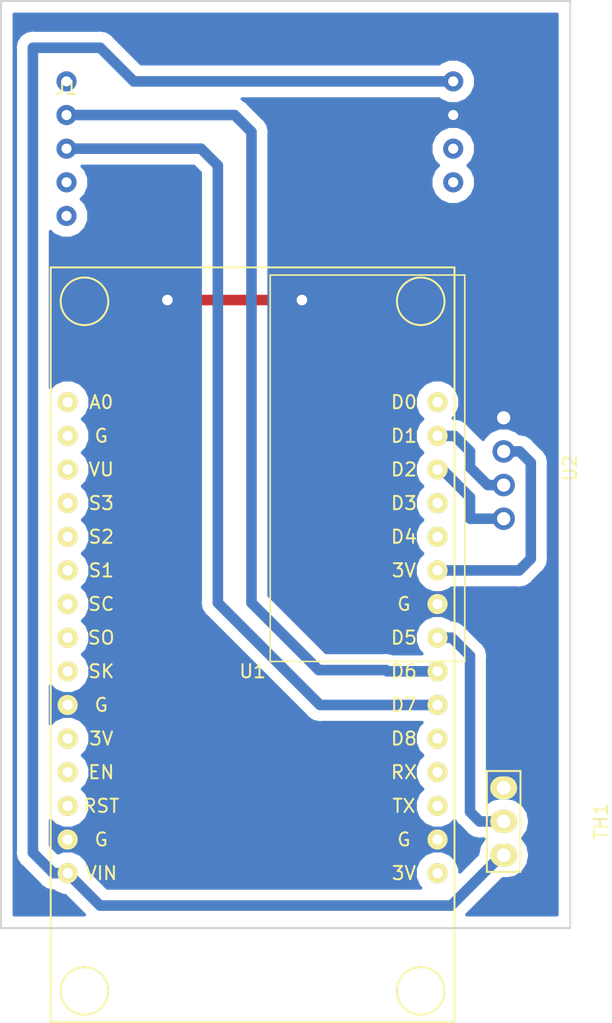
<source format=kicad_pcb>
(kicad_pcb (version 20171130) (host pcbnew "(5.0.1)-4")

  (general
    (thickness 1.6)
    (drawings 4)
    (tracks 66)
    (zones 0)
    (modules 4)
    (nets 33)
  )

  (page A4)
  (layers
    (0 F.Cu jumper)
    (31 B.Cu signal)
    (32 B.Adhes user)
    (33 F.Adhes user)
    (34 B.Paste user)
    (35 F.Paste user)
    (36 B.SilkS user)
    (37 F.SilkS user)
    (38 B.Mask user)
    (39 F.Mask user)
    (40 Dwgs.User user)
    (41 Cmts.User user)
    (42 Eco1.User user)
    (43 Eco2.User user)
    (44 Edge.Cuts user)
    (45 Margin user)
    (46 B.CrtYd user)
    (47 F.CrtYd user)
    (48 B.Fab user)
    (49 F.Fab user)
  )

  (setup
    (last_trace_width 0.8)
    (trace_clearance 0.8)
    (zone_clearance 0.508)
    (zone_45_only no)
    (trace_min 0.2)
    (segment_width 0.2)
    (edge_width 0.15)
    (via_size 2.2)
    (via_drill 0.8)
    (via_min_size 0.4)
    (via_min_drill 0.3)
    (uvia_size 0.3)
    (uvia_drill 0.1)
    (uvias_allowed no)
    (uvia_min_size 0.2)
    (uvia_min_drill 0.1)
    (pcb_text_width 0.3)
    (pcb_text_size 1.5 1.5)
    (mod_edge_width 0.15)
    (mod_text_size 1 1)
    (mod_text_width 0.15)
    (pad_size 1.524 1.524)
    (pad_drill 0.762)
    (pad_to_mask_clearance 0.051)
    (solder_mask_min_width 0.25)
    (aux_axis_origin 103 116)
    (visible_elements 7FFFFFFF)
    (pcbplotparams
      (layerselection 0x01000_fffffffe)
      (usegerberextensions false)
      (usegerberattributes false)
      (usegerberadvancedattributes false)
      (creategerberjobfile false)
      (excludeedgelayer true)
      (linewidth 0.100000)
      (plotframeref false)
      (viasonmask false)
      (mode 1)
      (useauxorigin true)
      (hpglpennumber 1)
      (hpglpenspeed 20)
      (hpglpendiameter 15.000000)
      (psnegative false)
      (psa4output false)
      (plotreference true)
      (plotvalue true)
      (plotinvisibletext false)
      (padsonsilk false)
      (subtractmaskfromsilk false)
      (outputformat 1)
      (mirror false)
      (drillshape 0)
      (scaleselection 1)
      (outputdirectory ""))
  )

  (net 0 "")
  (net 1 +5V)
  (net 2 GND)
  (net 3 "Net-(J1-Pad7)")
  (net 4 "Net-(J1-Pad6)")
  (net 5 "Net-(J1-Pad5)")
  (net 6 "Net-(J1-Pad4)")
  (net 7 "Net-(J1-Pad3)")
  (net 8 "Net-(J1-Pad2)")
  (net 9 "Net-(J1-Pad1)")
  (net 10 "Net-(TH1-Pad2)")
  (net 11 "Net-(U1-Pad1)")
  (net 12 "Net-(U1-Pad2)")
  (net 13 "Net-(U1-Pad3)")
  (net 14 "Net-(U1-Pad4)")
  (net 15 "Net-(U1-Pad5)")
  (net 16 "Net-(U1-Pad6)")
  (net 17 "Net-(U1-Pad7)")
  (net 18 "Net-(U1-Pad8)")
  (net 19 "Net-(U1-Pad9)")
  (net 20 +3V3)
  (net 21 "Net-(U1-Pad12)")
  (net 22 "Net-(U1-Pad13)")
  (net 23 "Net-(U1-Pad18)")
  (net 24 "Net-(U1-Pad19)")
  (net 25 "Net-(U1-Pad20)")
  (net 26 "Net-(U1-Pad26)")
  (net 27 "Net-(U1-Pad27)")
  (net 28 "Net-(U1-Pad28)")
  (net 29 "Net-(U1-Pad29)")
  (net 30 "Net-(U1-Pad30)")
  (net 31 "Net-(U1-Pad11)")
  (net 32 "Net-(U1-Pad16)")

  (net_class Default "Ceci est la Netclass par défaut."
    (clearance 0.8)
    (trace_width 0.8)
    (via_dia 2.2)
    (via_drill 0.8)
    (uvia_dia 0.3)
    (uvia_drill 0.1)
    (add_net +3V3)
    (add_net +5V)
    (add_net GND)
    (add_net "Net-(J1-Pad1)")
    (add_net "Net-(J1-Pad2)")
    (add_net "Net-(J1-Pad3)")
    (add_net "Net-(J1-Pad4)")
    (add_net "Net-(J1-Pad5)")
    (add_net "Net-(J1-Pad6)")
    (add_net "Net-(J1-Pad7)")
    (add_net "Net-(TH1-Pad2)")
    (add_net "Net-(U1-Pad1)")
    (add_net "Net-(U1-Pad11)")
    (add_net "Net-(U1-Pad12)")
    (add_net "Net-(U1-Pad13)")
    (add_net "Net-(U1-Pad16)")
    (add_net "Net-(U1-Pad18)")
    (add_net "Net-(U1-Pad19)")
    (add_net "Net-(U1-Pad2)")
    (add_net "Net-(U1-Pad20)")
    (add_net "Net-(U1-Pad26)")
    (add_net "Net-(U1-Pad27)")
    (add_net "Net-(U1-Pad28)")
    (add_net "Net-(U1-Pad29)")
    (add_net "Net-(U1-Pad3)")
    (add_net "Net-(U1-Pad30)")
    (add_net "Net-(U1-Pad4)")
    (add_net "Net-(U1-Pad5)")
    (add_net "Net-(U1-Pad6)")
    (add_net "Net-(U1-Pad7)")
    (add_net "Net-(U1-Pad8)")
    (add_net "Net-(U1-Pad9)")
  )

  (module ES8266:MHZ19B (layer F.Cu) (tedit 5CD9A991) (tstamp 5D163BBC)
    (at 107.95 52.07)
    (path /5CDAEA0B)
    (fp_text reference J1 (at 0 0.5) (layer F.SilkS)
      (effects (font (size 1 1) (thickness 0.15)))
    )
    (fp_text value CO2_Meter (at 19.05 0) (layer F.Fab)
      (effects (font (size 1 1) (thickness 0.15)))
    )
    (fp_line (start 1.27 -2.54) (end 27.94 -2.54) (layer F.CrtYd) (width 0.15))
    (fp_line (start 27.94 -2.54) (end 27.94 12.7) (layer F.CrtYd) (width 0.15))
    (fp_line (start 27.94 12.7) (end 1.27 12.7) (layer F.CrtYd) (width 0.15))
    (fp_line (start 1.27 12.7) (end 1.27 -2.54) (layer F.CrtYd) (width 0.15))
    (fp_circle (center 5.08 1.27) (end 6.35 0) (layer F.CrtYd) (width 0.15))
    (fp_line (start 2.54 5.08) (end 11.43 5.08) (layer F.CrtYd) (width 0.15))
    (fp_line (start 11.43 5.08) (end 11.43 11.43) (layer F.CrtYd) (width 0.15))
    (fp_line (start 11.43 11.43) (end 2.54 11.43) (layer F.CrtYd) (width 0.15))
    (fp_line (start 2.54 11.43) (end 2.54 5.08) (layer F.CrtYd) (width 0.15))
    (fp_line (start 1.27 -1.27) (end -1.27 -1.27) (layer F.CrtYd) (width 0.15))
    (fp_line (start -1.27 -1.27) (end -1.27 11.43) (layer F.CrtYd) (width 0.15))
    (fp_line (start -1.27 11.43) (end 1.27 11.43) (layer F.CrtYd) (width 0.15))
    (fp_line (start 27.94 -1.27) (end 30.48 -1.27) (layer F.CrtYd) (width 0.15))
    (fp_line (start 30.48 -1.27) (end 30.48 8.89) (layer F.CrtYd) (width 0.15))
    (fp_line (start 30.48 8.89) (end 27.94 8.89) (layer F.CrtYd) (width 0.15))
    (pad 9 thru_hole circle (at 29.21 0) (size 1.524 1.524) (drill 0.762) (layers *.Cu *.Mask)
      (net 1 +5V))
    (pad 8 thru_hole circle (at 29.21 2.54) (size 1.524 1.524) (drill 0.762) (layers *.Cu *.Mask)
      (net 2 GND))
    (pad 7 thru_hole circle (at 29.21 5.08) (size 1.524 1.524) (drill 0.762) (layers *.Cu *.Mask)
      (net 3 "Net-(J1-Pad7)"))
    (pad 6 thru_hole circle (at 29.21 7.62) (size 1.524 1.524) (drill 0.762) (layers *.Cu *.Mask)
      (net 4 "Net-(J1-Pad6)"))
    (pad 5 thru_hole circle (at 0 10.16) (size 1.524 1.524) (drill 0.762) (layers *.Cu *.Mask)
      (net 5 "Net-(J1-Pad5)"))
    (pad 4 thru_hole circle (at 0 7.62) (size 1.524 1.524) (drill 0.762) (layers *.Cu *.Mask)
      (net 6 "Net-(J1-Pad4)"))
    (pad 3 thru_hole circle (at 0 5.08) (size 1.524 1.524) (drill 0.762) (layers *.Cu *.Mask)
      (net 7 "Net-(J1-Pad3)"))
    (pad 2 thru_hole circle (at 0 2.54) (size 1.524 1.524) (drill 0.762) (layers *.Cu *.Mask)
      (net 8 "Net-(J1-Pad2)"))
    (pad 1 thru_hole circle (at 0 0) (size 1.524 1.524) (drill 0.762) (layers *.Cu *.Mask)
      (net 9 "Net-(J1-Pad1)"))
  )

  (module ES8266:DHT22_Temperature_Humidity (layer F.Cu) (tedit 5CD9A883) (tstamp 5D163BCC)
    (at 140.97 107.95 90)
    (path /5CDAFCC3)
    (fp_text reference TH1 (at 0 7.35 90) (layer F.SilkS)
      (effects (font (size 1 1) (thickness 0.15)))
    )
    (fp_text value DHT22 (at 0 5.445 90) (layer F.Fab)
      (effects (font (size 1 1) (thickness 0.15)))
    )
    (fp_line (start -7.62 -2) (end 7.62 -2) (layer B.CrtYd) (width 0.15))
    (fp_line (start -7.62 -3.3) (end 7.62 -3.3) (layer B.CrtYd) (width 0.15))
    (fp_line (start 7.62 -3.3) (end 7.62 4.3) (layer B.CrtYd) (width 0.15))
    (fp_line (start -7.62 -3.3) (end -7.62 4.3) (layer B.CrtYd) (width 0.15))
    (fp_line (start -7.62 4.3) (end 7.62 4.3) (layer B.CrtYd) (width 0.15))
    (fp_line (start -3.81 -1.27) (end 3.81 -1.27) (layer F.SilkS) (width 0.15))
    (fp_line (start 3.81 -1.27) (end 3.81 1.27) (layer F.SilkS) (width 0.15))
    (fp_line (start 3.81 1.27) (end -3.81 1.27) (layer F.SilkS) (width 0.15))
    (fp_line (start -3.81 1.27) (end -3.81 -1.27) (layer F.SilkS) (width 0.15))
    (pad 3 thru_hole oval (at 2.54 0 180) (size 2.032 1.7272) (drill 1.016) (layers *.Cu *.Mask F.SilkS)
      (net 2 GND))
    (pad 2 thru_hole oval (at 0 0 180) (size 2.032 1.7272) (drill 1.016) (layers *.Cu *.Mask F.SilkS)
      (net 10 "Net-(TH1-Pad2)"))
    (pad 1 thru_hole oval (at -2.54 0 180) (size 2.032 1.7272) (drill 1.016) (layers *.Cu *.Mask F.SilkS)
      (net 1 +5V))
  )

  (module ES8266:NodeMCU-LoLinV3 (layer F.Cu) (tedit 5AF0808C) (tstamp 5D163C15)
    (at 122.005001 96.615001)
    (path /5CD86C3B)
    (fp_text reference U1 (at 0 0) (layer F.SilkS)
      (effects (font (size 1 1) (thickness 0.15)))
    )
    (fp_text value "NodeMCU_1.0_(ESP-12E)" (at 0 -29.21) (layer F.Fab)
      (effects (font (size 1 1) (thickness 0.15)))
    )
    (fp_text user VIN (at -11.43 15.24) (layer F.SilkS)
      (effects (font (size 1 1) (thickness 0.15)))
    )
    (fp_text user G (at -11.43 12.7) (layer F.SilkS)
      (effects (font (size 1 1) (thickness 0.15)))
    )
    (fp_text user RST (at -11.43 10.16) (layer F.SilkS)
      (effects (font (size 1 1) (thickness 0.15)))
    )
    (fp_text user EN (at -11.43 7.62) (layer F.SilkS)
      (effects (font (size 1 1) (thickness 0.15)))
    )
    (fp_text user 3V (at -11.43 5.08) (layer F.SilkS)
      (effects (font (size 1 1) (thickness 0.15)))
    )
    (fp_text user G (at -11.43 2.54) (layer F.SilkS)
      (effects (font (size 1 1) (thickness 0.15)))
    )
    (fp_text user SK (at -11.43 0) (layer F.SilkS)
      (effects (font (size 1 1) (thickness 0.15)))
    )
    (fp_text user SO (at -11.43 -2.54) (layer F.SilkS)
      (effects (font (size 1 1) (thickness 0.15)))
    )
    (fp_text user SC (at -11.43 -5.08) (layer F.SilkS)
      (effects (font (size 1 1) (thickness 0.15)))
    )
    (fp_text user S1 (at -11.43 -7.62) (layer F.SilkS)
      (effects (font (size 1 1) (thickness 0.15)))
    )
    (fp_text user S2 (at -11.43 -10.16) (layer F.SilkS)
      (effects (font (size 1 1) (thickness 0.15)))
    )
    (fp_text user S3 (at -11.43 -12.7) (layer F.SilkS)
      (effects (font (size 1 1) (thickness 0.15)))
    )
    (fp_text user VU (at -11.43 -15.24) (layer F.SilkS)
      (effects (font (size 1 1) (thickness 0.15)))
    )
    (fp_text user G (at -11.43 -17.78) (layer F.SilkS)
      (effects (font (size 1 1) (thickness 0.15)))
    )
    (fp_text user A0 (at -11.43 -20.32) (layer F.SilkS)
      (effects (font (size 1 1) (thickness 0.15)))
    )
    (fp_text user 3V (at 11.43 15.24) (layer F.SilkS)
      (effects (font (size 1 1) (thickness 0.15)))
    )
    (fp_text user G (at 11.43 12.7) (layer F.SilkS)
      (effects (font (size 1 1) (thickness 0.15)))
    )
    (fp_text user TX (at 11.43 10.16) (layer F.SilkS)
      (effects (font (size 1 1) (thickness 0.15)))
    )
    (fp_text user RX (at 11.43 7.62) (layer F.SilkS)
      (effects (font (size 1 1) (thickness 0.15)))
    )
    (fp_text user D8 (at 11.43 5.08) (layer F.SilkS)
      (effects (font (size 1 1) (thickness 0.15)))
    )
    (fp_text user D7 (at 11.43 2.54) (layer F.SilkS)
      (effects (font (size 1 1) (thickness 0.15)))
    )
    (fp_text user D6 (at 11.43 0) (layer F.SilkS)
      (effects (font (size 1 1) (thickness 0.15)))
    )
    (fp_text user D5 (at 11.43 -2.54) (layer F.SilkS)
      (effects (font (size 1 1) (thickness 0.15)))
    )
    (fp_text user G (at 11.43 -5.08) (layer F.SilkS)
      (effects (font (size 1 1) (thickness 0.15)))
    )
    (fp_text user 3V (at 11.43 -7.62) (layer F.SilkS)
      (effects (font (size 1 1) (thickness 0.15)))
    )
    (fp_text user D4 (at 11.43 -10.16) (layer F.SilkS)
      (effects (font (size 1 1) (thickness 0.15)))
    )
    (fp_text user D3 (at 11.43 -12.7) (layer F.SilkS)
      (effects (font (size 1 1) (thickness 0.15)))
    )
    (fp_text user D2 (at 11.43 -15.24) (layer F.SilkS)
      (effects (font (size 1 1) (thickness 0.15)))
    )
    (fp_text user D1 (at 11.43 -17.78) (layer F.SilkS)
      (effects (font (size 1 1) (thickness 0.15)))
    )
    (fp_text user D0 (at 11.43 -20.32) (layer F.SilkS)
      (effects (font (size 1 1) (thickness 0.15)))
    )
    (fp_circle (center 12.7 24.13) (end 13.97 22.86) (layer F.SilkS) (width 0.15))
    (fp_circle (center -12.7 24.13) (end -11.43 22.86) (layer F.SilkS) (width 0.15))
    (fp_circle (center -12.7 -27.94) (end -11.43 -29.21) (layer F.SilkS) (width 0.15))
    (fp_circle (center 12.7 -27.94) (end 13.97 -29.21) (layer F.SilkS) (width 0.15))
    (fp_line (start 15.25 -30.5) (end -14.75 -30.5) (layer F.SilkS) (width 0.15))
    (fp_line (start -14.75 -30.5) (end -15.25 -30.5) (layer F.SilkS) (width 0.15))
    (fp_line (start -15.25 -30.5) (end -15.25 26.5) (layer F.SilkS) (width 0.15))
    (fp_line (start -15.25 26.5) (end 15.25 26.5) (layer F.SilkS) (width 0.15))
    (fp_line (start 15.25 26.5) (end 15.25 -30.5) (layer F.SilkS) (width 0.15))
    (pad 1 thru_hole circle (at -13.97 -20.32) (size 1.524 1.524) (drill 0.762) (layers *.Cu *.Mask F.SilkS)
      (net 11 "Net-(U1-Pad1)"))
    (pad 2 thru_hole circle (at -13.97 -17.78) (size 1.524 1.524) (drill 0.762) (layers *.Cu *.Mask F.SilkS)
      (net 12 "Net-(U1-Pad2)"))
    (pad 3 thru_hole circle (at -13.97 -15.24) (size 1.524 1.524) (drill 0.762) (layers *.Cu *.Mask F.SilkS)
      (net 13 "Net-(U1-Pad3)"))
    (pad 4 thru_hole circle (at -13.97 -12.7) (size 1.524 1.524) (drill 0.762) (layers *.Cu *.Mask F.SilkS)
      (net 14 "Net-(U1-Pad4)"))
    (pad 5 thru_hole circle (at -13.97 -10.16) (size 1.524 1.524) (drill 0.762) (layers *.Cu *.Mask F.SilkS)
      (net 15 "Net-(U1-Pad5)"))
    (pad 6 thru_hole circle (at -13.97 -7.62) (size 1.524 1.524) (drill 0.762) (layers *.Cu *.Mask F.SilkS)
      (net 16 "Net-(U1-Pad6)"))
    (pad 7 thru_hole circle (at -13.97 -5.08) (size 1.524 1.524) (drill 0.762) (layers *.Cu *.Mask F.SilkS)
      (net 17 "Net-(U1-Pad7)"))
    (pad 8 thru_hole circle (at -13.97 -2.54) (size 1.524 1.524) (drill 0.762) (layers *.Cu *.Mask F.SilkS)
      (net 18 "Net-(U1-Pad8)"))
    (pad 9 thru_hole circle (at -13.97 0) (size 1.524 1.524) (drill 0.762) (layers *.Cu *.Mask F.SilkS)
      (net 19 "Net-(U1-Pad9)"))
    (pad 10 thru_hole circle (at -13.97 2.54) (size 1.524 1.524) (drill 0.762) (layers *.Cu *.Mask F.SilkS)
      (net 2 GND))
    (pad 11 thru_hole circle (at -13.97 5.08) (size 1.524 1.524) (drill 0.762) (layers *.Cu *.Mask F.SilkS)
      (net 31 "Net-(U1-Pad11)"))
    (pad 12 thru_hole circle (at -13.97 7.62) (size 1.524 1.524) (drill 0.762) (layers *.Cu *.Mask F.SilkS)
      (net 21 "Net-(U1-Pad12)"))
    (pad 13 thru_hole circle (at -13.97 10.16) (size 1.524 1.524) (drill 0.762) (layers *.Cu *.Mask F.SilkS)
      (net 22 "Net-(U1-Pad13)"))
    (pad 14 thru_hole circle (at -13.97 12.7) (size 1.524 1.524) (drill 0.762) (layers *.Cu *.Mask F.SilkS)
      (net 2 GND))
    (pad 15 thru_hole circle (at -13.97 15.24) (size 1.524 1.524) (drill 0.762) (layers *.Cu *.Mask F.SilkS)
      (net 1 +5V))
    (pad 16 thru_hole circle (at 13.97 15.24) (size 1.524 1.524) (drill 0.762) (layers *.Cu *.Mask F.SilkS)
      (net 32 "Net-(U1-Pad16)"))
    (pad 17 thru_hole circle (at 13.97 12.7) (size 1.524 1.524) (drill 0.762) (layers *.Cu *.Mask F.SilkS)
      (net 2 GND))
    (pad 18 thru_hole circle (at 13.97 10.16) (size 1.524 1.524) (drill 0.762) (layers *.Cu *.Mask F.SilkS)
      (net 23 "Net-(U1-Pad18)"))
    (pad 19 thru_hole circle (at 13.97 7.62) (size 1.524 1.524) (drill 0.762) (layers *.Cu *.Mask F.SilkS)
      (net 24 "Net-(U1-Pad19)"))
    (pad 20 thru_hole circle (at 13.97 5.08) (size 1.524 1.524) (drill 0.762) (layers *.Cu *.Mask F.SilkS)
      (net 25 "Net-(U1-Pad20)"))
    (pad 21 thru_hole circle (at 13.97 2.54) (size 1.524 1.524) (drill 0.762) (layers *.Cu *.Mask F.SilkS)
      (net 7 "Net-(J1-Pad3)"))
    (pad 22 thru_hole circle (at 13.97 0) (size 1.524 1.524) (drill 0.762) (layers *.Cu *.Mask F.SilkS)
      (net 8 "Net-(J1-Pad2)"))
    (pad 23 thru_hole circle (at 13.97 -2.54) (size 1.524 1.524) (drill 0.762) (layers *.Cu *.Mask F.SilkS)
      (net 10 "Net-(TH1-Pad2)"))
    (pad 24 thru_hole circle (at 13.97 -5.08) (size 1.524 1.524) (drill 0.762) (layers *.Cu *.Mask F.SilkS)
      (net 2 GND))
    (pad 25 thru_hole circle (at 13.97 -7.62) (size 1.524 1.524) (drill 0.762) (layers *.Cu *.Mask F.SilkS)
      (net 20 +3V3))
    (pad 26 thru_hole circle (at 13.97 -10.16) (size 1.524 1.524) (drill 0.762) (layers *.Cu *.Mask F.SilkS)
      (net 26 "Net-(U1-Pad26)"))
    (pad 27 thru_hole circle (at 13.97 -12.7) (size 1.524 1.524) (drill 0.762) (layers *.Cu *.Mask F.SilkS)
      (net 27 "Net-(U1-Pad27)"))
    (pad 28 thru_hole circle (at 13.97 -15.24) (size 1.524 1.524) (drill 0.762) (layers *.Cu *.Mask F.SilkS)
      (net 28 "Net-(U1-Pad28)"))
    (pad 29 thru_hole circle (at 13.97 -17.78) (size 1.524 1.524) (drill 0.762) (layers *.Cu *.Mask F.SilkS)
      (net 29 "Net-(U1-Pad29)"))
    (pad 30 thru_hole circle (at 13.97 -20.32) (size 1.524 1.524) (drill 0.762) (layers *.Cu *.Mask F.SilkS)
      (net 30 "Net-(U1-Pad30)"))
  )

  (module Display:SSD1306 (layer F.Cu) (tedit 5CD9AFB0) (tstamp 5D163C2E)
    (at 140.97 72.39 270)
    (descr "Adafruit SSD1306 OLED 1.3 inch 128x64 I2C & SPI https://learn.adafruit.com/monochrome-oled-breakouts/downloads")
    (tags "Adafruit SSD1306 OLED 1.3 inch 128x64 I2C & SPI ")
    (path /5CDAE3B9)
    (fp_text reference U2 (at 8.89 -5 270) (layer F.SilkS)
      (effects (font (size 1 1) (thickness 0.15)))
    )
    (fp_text value SSD1306 (at 8.89 24.13 270) (layer F.Fab)
      (effects (font (size 1 1) (thickness 0.15)))
    )
    (fp_line (start -6.35 29.21) (end -6.35 -2.54) (layer F.CrtYd) (width 0.15))
    (fp_line (start 24.13 29.21) (end -6.35 29.21) (layer F.CrtYd) (width 0.15))
    (fp_line (start 24.13 -2.54) (end 24.13 29.21) (layer F.CrtYd) (width 0.15))
    (fp_line (start -6.35 -2.54) (end 24.13 -2.54) (layer F.CrtYd) (width 0.15))
    (fp_circle (center 21.59 26.67) (end 22.86 26.67) (layer B.Mask) (width 0.15))
    (fp_circle (center -3.81 26.67) (end -2.54 26.67) (layer B.Mask) (width 0.15))
    (fp_circle (center 21.59 0) (end 22.86 0) (layer B.Mask) (width 0.15))
    (fp_circle (center -3.81 0) (end -2.54 0) (layer B.Mask) (width 0.15))
    (fp_line (start -5.698 2.938) (end 23.478 2.938) (layer F.SilkS) (width 0.12))
    (fp_line (start 23.478 2.938) (end 23.478 17.636) (layer F.SilkS) (width 0.12))
    (fp_line (start -5.698 2.938) (end -5.698 17.636) (layer F.SilkS) (width 0.12))
    (fp_line (start -5.588 17.526) (end 23.368 17.526) (layer F.Fab) (width 0.1))
    (fp_line (start 23.368 3.048) (end 23.368 17.526) (layer F.Fab) (width 0.1))
    (fp_line (start -5.588 3.048) (end -5.588 17.526) (layer F.Fab) (width 0.1))
    (fp_line (start -5.588 3.048) (end 23.368 3.048) (layer F.Fab) (width 0.1))
    (fp_text user %R (at 8.89 12.192 270) (layer F.Fab)
      (effects (font (size 1 1) (thickness 0.15)))
    )
    (fp_line (start -5.698 17.636) (end 23.478 17.636) (layer F.SilkS) (width 0.12))
    (pad 4 thru_hole circle (at 12.7 0 270) (size 1.7 1.7) (drill 1) (layers *.Cu *.Mask)
      (net 28 "Net-(U1-Pad28)"))
    (pad 3 thru_hole circle (at 10.16 0 270) (size 1.7 1.7) (drill 1) (layers *.Cu *.Mask)
      (net 29 "Net-(U1-Pad29)"))
    (pad 2 thru_hole circle (at 7.62 0 270) (size 1.7 1.7) (drill 1) (layers *.Cu *.Mask)
      (net 20 +3V3))
    (pad 1 thru_hole rect (at 5.08 0 270) (size 1.7 1.7) (drill 1) (layers *.Cu *.Mask)
      (net 2 GND))
    (model ${KISYS3DMOD}/Display.3dshapes/Adafruit_SSD1306.wrl
      (at (xyz 0 0 0))
      (scale (xyz 1 1 1))
      (rotate (xyz 0 0 0))
    )
  )

  (gr_line (start 103 116) (end 103 46) (layer Edge.Cuts) (width 0.15))
  (gr_line (start 146 116) (end 103 116) (layer Edge.Cuts) (width 0.15))
  (gr_line (start 146 46) (end 146 116) (layer Edge.Cuts) (width 0.15))
  (gr_line (start 103 46) (end 146 46) (layer Edge.Cuts) (width 0.15))

  (segment (start 139.7 111.76) (end 139.8524 111.76) (width 0.25) (layer B.Cu) (net 1))
  (segment (start 108.035001 111.855001) (end 110.48 114.3) (width 0.8) (layer B.Cu) (net 1))
  (segment (start 140.8176 110.49) (end 140.97 110.49) (width 0.8) (layer B.Cu) (net 1))
  (segment (start 137.0076 114.3) (end 140.8176 110.49) (width 0.8) (layer B.Cu) (net 1))
  (segment (start 110.48 114.3) (end 137.0076 114.3) (width 0.8) (layer B.Cu) (net 1))
  (segment (start 106.957371 111.855001) (end 108.035001 111.855001) (width 0.8) (layer B.Cu) (net 1))
  (segment (start 105.41 110.30763) (end 106.957371 111.855001) (width 0.8) (layer B.Cu) (net 1))
  (segment (start 105.41 49.53) (end 105.41 110.30763) (width 0.8) (layer B.Cu) (net 1))
  (segment (start 110.49 49.53) (end 105.41 49.53) (width 0.8) (layer B.Cu) (net 1))
  (segment (start 137.16 52.07) (end 113.03 52.07) (width 0.8) (layer B.Cu) (net 1))
  (segment (start 113.03 52.07) (end 110.49 49.53) (width 0.8) (layer B.Cu) (net 1))
  (segment (start 137.16 54.61) (end 139.7 54.61) (width 0.8) (layer B.Cu) (net 2))
  (segment (start 139.7 54.61) (end 140.97 55.88) (width 0.8) (layer B.Cu) (net 2))
  (segment (start 140.97 68.58) (end 140.97 77.47) (width 0.8) (layer B.Cu) (net 2))
  (segment (start 130.81 68.58) (end 140.97 68.58) (width 0.8) (layer B.Cu) (net 2))
  (segment (start 130.81 90.17) (end 130.81 68.58) (width 0.8) (layer B.Cu) (net 2))
  (segment (start 135.975001 91.535001) (end 132.175001 91.535001) (width 0.8) (layer B.Cu) (net 2))
  (segment (start 132.175001 91.535001) (end 130.81 90.17) (width 0.8) (layer B.Cu) (net 2))
  (segment (start 135.975001 91.535001) (end 141.065001 91.535001) (width 0.8) (layer B.Cu) (net 2))
  (segment (start 141.065001 91.535001) (end 142.24 92.71) (width 0.8) (layer B.Cu) (net 2))
  (segment (start 142.24 92.71) (end 142.24 104.14) (width 0.8) (layer B.Cu) (net 2))
  (segment (start 142.24 104.14) (end 140.97 105.41) (width 0.8) (layer B.Cu) (net 2))
  (segment (start 140.97 64.77) (end 140.97 68.58) (width 0.8) (layer B.Cu) (net 2))
  (segment (start 140.97 55.88) (end 140.97 64.77) (width 0.8) (layer B.Cu) (net 2))
  (segment (start 130.81 68.58) (end 125.73 68.58) (width 0.8) (layer B.Cu) (net 2))
  (via (at 125.73 68.58) (size 2.2) (drill 0.8) (layers F.Cu B.Cu) (net 2))
  (segment (start 108.398763 99.155001) (end 115.57 91.983764) (width 0.8) (layer B.Cu) (net 2))
  (segment (start 108.035001 99.155001) (end 108.398763 99.155001) (width 0.8) (layer B.Cu) (net 2))
  (segment (start 115.57 91.983764) (end 115.57 68.58) (width 0.8) (layer B.Cu) (net 2))
  (via (at 115.57 68.58) (size 2.2) (drill 0.8) (layers F.Cu B.Cu) (net 2))
  (segment (start 115.57 102.857632) (end 115.57 91.983764) (width 0.8) (layer B.Cu) (net 2))
  (segment (start 109.112631 109.315001) (end 115.57 102.857632) (width 0.8) (layer B.Cu) (net 2))
  (segment (start 108.035001 109.315001) (end 109.112631 109.315001) (width 0.8) (layer B.Cu) (net 2))
  (segment (start 135.975001 109.315001) (end 108.035001 109.315001) (width 0.8) (layer B.Cu) (net 2))
  (segment (start 125.73 68.58) (end 115.57 68.58) (width 0.8) (layer F.Cu) (net 2))
  (segment (start 118.11 57.15) (end 107.95 57.15) (width 0.8) (layer B.Cu) (net 7))
  (segment (start 119.38 58.42) (end 118.11 57.15) (width 0.8) (layer B.Cu) (net 7))
  (segment (start 119.38 91.44) (end 119.38 58.42) (width 0.8) (layer B.Cu) (net 7))
  (segment (start 135.975001 99.155001) (end 127.095001 99.155001) (width 0.8) (layer B.Cu) (net 7))
  (segment (start 127.095001 99.155001) (end 119.38 91.44) (width 0.8) (layer B.Cu) (net 7))
  (segment (start 135.975001 96.615001) (end 132.175001 96.615001) (width 0.8) (layer B.Cu) (net 8))
  (segment (start 132.175001 96.615001) (end 132.08 96.52) (width 0.8) (layer B.Cu) (net 8))
  (segment (start 132.08 96.52) (end 127 96.52) (width 0.8) (layer B.Cu) (net 8))
  (segment (start 127 96.52) (end 121.92 91.44) (width 0.8) (layer B.Cu) (net 8))
  (segment (start 121.92 91.44) (end 121.92 55.88) (width 0.8) (layer B.Cu) (net 8))
  (segment (start 120.65 54.61) (end 107.95 54.61) (width 0.8) (layer B.Cu) (net 8))
  (segment (start 121.92 55.88) (end 120.65 54.61) (width 0.8) (layer B.Cu) (net 8))
  (segment (start 137.052631 94.075001) (end 138.43 95.45237) (width 0.8) (layer B.Cu) (net 10))
  (segment (start 135.975001 94.075001) (end 137.052631 94.075001) (width 0.8) (layer B.Cu) (net 10))
  (segment (start 139.154 107.95) (end 140.97 107.95) (width 0.8) (layer B.Cu) (net 10))
  (segment (start 138.43 107.226) (end 139.154 107.95) (width 0.8) (layer B.Cu) (net 10))
  (segment (start 138.43 95.45237) (end 138.43 107.226) (width 0.8) (layer B.Cu) (net 10))
  (segment (start 143.020001 80.85792) (end 143.020001 88.119999) (width 0.8) (layer B.Cu) (net 20))
  (segment (start 140.97 80.01) (end 142.172081 80.01) (width 0.8) (layer B.Cu) (net 20))
  (segment (start 142.172081 80.01) (end 143.020001 80.85792) (width 0.8) (layer B.Cu) (net 20))
  (segment (start 142.144999 88.995001) (end 135.975001 88.995001) (width 0.8) (layer B.Cu) (net 20))
  (segment (start 143.020001 88.119999) (end 142.144999 88.995001) (width 0.8) (layer B.Cu) (net 20))
  (segment (start 136.330166 81.375001) (end 138.43 83.474835) (width 0.8) (layer B.Cu) (net 28))
  (segment (start 135.975001 81.375001) (end 136.330166 81.375001) (width 0.8) (layer B.Cu) (net 28))
  (segment (start 138.43 83.474835) (end 138.43 85.09) (width 0.8) (layer B.Cu) (net 28))
  (segment (start 138.43 85.09) (end 140.97 85.09) (width 0.8) (layer B.Cu) (net 28))
  (segment (start 135.975001 78.835001) (end 137.255001 78.835001) (width 0.8) (layer B.Cu) (net 29))
  (segment (start 137.255001 78.835001) (end 138.43 80.01) (width 0.8) (layer B.Cu) (net 29))
  (segment (start 139.767919 82.55) (end 140.97 82.55) (width 0.8) (layer B.Cu) (net 29))
  (segment (start 138.43 81.212081) (end 139.767919 82.55) (width 0.8) (layer B.Cu) (net 29))
  (segment (start 138.43 80.01) (end 138.43 81.212081) (width 0.8) (layer B.Cu) (net 29))

  (zone (net 2) (net_name GND) (layer B.Cu) (tstamp 5D164104) (hatch edge 0.508)
    (connect_pads yes (clearance 0.8))
    (min_thickness 0.254)
    (fill yes (arc_segments 16) (thermal_gap 0.508) (thermal_bridge_width 0.508))
    (polygon
      (pts
        (xy 146 116) (xy 103 116) (xy 103 46) (xy 146 46)
      )
    )
    (filled_polygon
      (pts
        (xy 144.998001 114.998) (xy 138.18626 114.998) (xy 140.903661 112.2806) (xy 141.298753 112.2806) (xy 141.821057 112.176707)
        (xy 142.41335 111.78095) (xy 142.809107 111.188657) (xy 142.948079 110.49) (xy 142.809107 109.791343) (xy 142.427348 109.22)
        (xy 142.809107 108.648657) (xy 142.948079 107.95) (xy 142.809107 107.251343) (xy 142.41335 106.65905) (xy 141.821057 106.263293)
        (xy 141.298753 106.1594) (xy 140.641247 106.1594) (xy 140.118943 106.263293) (xy 139.757 106.505135) (xy 139.757 95.583062)
        (xy 139.782996 95.45237) (xy 139.757 95.321678) (xy 139.757 95.321674) (xy 139.680006 94.9346) (xy 139.574712 94.777017)
        (xy 139.460746 94.606455) (xy 139.460744 94.606453) (xy 139.386712 94.495657) (xy 139.275917 94.421626) (xy 138.083379 93.229089)
        (xy 138.009344 93.118288) (xy 137.570401 92.824995) (xy 137.183327 92.748001) (xy 137.183323 92.748001) (xy 137.052631 92.722005)
        (xy 137.017583 92.728977) (xy 136.931742 92.643136) (xy 136.310964 92.386001) (xy 135.639038 92.386001) (xy 135.01826 92.643136)
        (xy 134.543136 93.11826) (xy 134.286001 93.739038) (xy 134.286001 94.410964) (xy 134.543136 95.031742) (xy 134.799395 95.288001)
        (xy 132.624719 95.288001) (xy 132.59777 95.269994) (xy 132.210696 95.193) (xy 132.210692 95.193) (xy 132.08 95.167004)
        (xy 131.949308 95.193) (xy 127.549661 95.193) (xy 123.247 90.89034) (xy 123.247 75.959038) (xy 134.286001 75.959038)
        (xy 134.286001 76.630964) (xy 134.543136 77.251742) (xy 134.856395 77.565001) (xy 134.543136 77.87826) (xy 134.286001 78.499038)
        (xy 134.286001 79.170964) (xy 134.543136 79.791742) (xy 134.856395 80.105001) (xy 134.543136 80.41826) (xy 134.286001 81.039038)
        (xy 134.286001 81.710964) (xy 134.543136 82.331742) (xy 134.856395 82.645001) (xy 134.543136 82.95826) (xy 134.286001 83.579038)
        (xy 134.286001 84.250964) (xy 134.543136 84.871742) (xy 134.856395 85.185001) (xy 134.543136 85.49826) (xy 134.286001 86.119038)
        (xy 134.286001 86.790964) (xy 134.543136 87.411742) (xy 134.856395 87.725001) (xy 134.543136 88.03826) (xy 134.286001 88.659038)
        (xy 134.286001 89.330964) (xy 134.543136 89.951742) (xy 135.01826 90.426866) (xy 135.639038 90.684001) (xy 136.310964 90.684001)
        (xy 136.931742 90.426866) (xy 137.036607 90.322001) (xy 142.014307 90.322001) (xy 142.144999 90.347997) (xy 142.275691 90.322001)
        (xy 142.275695 90.322001) (xy 142.662769 90.245007) (xy 143.101712 89.951714) (xy 143.175747 89.840913) (xy 143.865915 89.150745)
        (xy 143.976714 89.076712) (xy 144.270007 88.637769) (xy 144.347001 88.250695) (xy 144.347001 88.250691) (xy 144.372997 88.119999)
        (xy 144.347001 87.989307) (xy 144.347001 80.988612) (xy 144.372997 80.85792) (xy 144.347001 80.727228) (xy 144.347001 80.727224)
        (xy 144.270007 80.34015) (xy 144.150971 80.162001) (xy 144.050747 80.012005) (xy 144.050745 80.012003) (xy 143.976713 79.901207)
        (xy 143.865917 79.827176) (xy 143.202829 79.164088) (xy 143.128794 79.053287) (xy 142.689851 78.759994) (xy 142.302777 78.683)
        (xy 142.302773 78.683) (xy 142.172081 78.657004) (xy 142.137032 78.663976) (xy 141.976589 78.503533) (xy 141.323467 78.233)
        (xy 140.616533 78.233) (xy 139.963411 78.503533) (xy 139.463533 79.003411) (xy 139.421382 79.105173) (xy 139.386712 79.053287)
        (xy 139.275919 78.979257) (xy 138.285749 77.989088) (xy 138.211714 77.878288) (xy 137.772771 77.584995) (xy 137.385697 77.508001)
        (xy 137.385693 77.508001) (xy 137.255001 77.482005) (xy 137.157137 77.501471) (xy 137.406866 77.251742) (xy 137.664001 76.630964)
        (xy 137.664001 75.959038) (xy 137.406866 75.33826) (xy 136.931742 74.863136) (xy 136.310964 74.606001) (xy 135.639038 74.606001)
        (xy 135.01826 74.863136) (xy 134.543136 75.33826) (xy 134.286001 75.959038) (xy 123.247 75.959038) (xy 123.247 56.814037)
        (xy 135.471 56.814037) (xy 135.471 57.485963) (xy 135.728135 58.106741) (xy 136.041394 58.42) (xy 135.728135 58.733259)
        (xy 135.471 59.354037) (xy 135.471 60.025963) (xy 135.728135 60.646741) (xy 136.203259 61.121865) (xy 136.824037 61.379)
        (xy 137.495963 61.379) (xy 138.116741 61.121865) (xy 138.591865 60.646741) (xy 138.849 60.025963) (xy 138.849 59.354037)
        (xy 138.591865 58.733259) (xy 138.278606 58.42) (xy 138.591865 58.106741) (xy 138.849 57.485963) (xy 138.849 56.814037)
        (xy 138.591865 56.193259) (xy 138.116741 55.718135) (xy 137.495963 55.461) (xy 136.824037 55.461) (xy 136.203259 55.718135)
        (xy 135.728135 56.193259) (xy 135.471 56.814037) (xy 123.247 56.814037) (xy 123.247 56.010691) (xy 123.272996 55.879999)
        (xy 123.247 55.749307) (xy 123.247 55.749304) (xy 123.170006 55.36223) (xy 122.876713 54.923287) (xy 122.765915 54.849254)
        (xy 121.680748 53.764088) (xy 121.606713 53.653287) (xy 121.223153 53.397) (xy 136.098394 53.397) (xy 136.203259 53.501865)
        (xy 136.824037 53.759) (xy 137.495963 53.759) (xy 138.116741 53.501865) (xy 138.591865 53.026741) (xy 138.849 52.405963)
        (xy 138.849 51.734037) (xy 138.591865 51.113259) (xy 138.116741 50.638135) (xy 137.495963 50.381) (xy 136.824037 50.381)
        (xy 136.203259 50.638135) (xy 136.098394 50.743) (xy 113.579661 50.743) (xy 111.520748 48.684088) (xy 111.446713 48.573287)
        (xy 111.00777 48.279994) (xy 110.620696 48.203) (xy 110.620692 48.203) (xy 110.49 48.177004) (xy 110.359308 48.203)
        (xy 105.540695 48.203) (xy 105.41 48.177003) (xy 105.279304 48.203) (xy 104.89223 48.279994) (xy 104.453287 48.573287)
        (xy 104.159994 49.01223) (xy 104.057003 49.53) (xy 104.083 49.660696) (xy 104.083001 110.176933) (xy 104.057004 110.30763)
        (xy 104.159994 110.825399) (xy 104.28185 111.007769) (xy 104.453288 111.264343) (xy 104.564086 111.338376) (xy 105.926624 112.700915)
        (xy 106.000658 112.811714) (xy 106.439601 113.105007) (xy 106.826675 113.182001) (xy 106.826678 113.182001) (xy 106.95737 113.207997)
        (xy 106.992419 113.201025) (xy 107.07826 113.286866) (xy 107.699038 113.544001) (xy 107.847341 113.544001) (xy 109.301339 114.998)
        (xy 104.002 114.998) (xy 104.002 47.002) (xy 144.998 47.002)
      )
    )
    (filled_polygon
      (pts
        (xy 118.053001 58.969662) (xy 118.053 91.309308) (xy 118.027004 91.44) (xy 118.053 91.570692) (xy 118.053 91.570695)
        (xy 118.129994 91.957769) (xy 118.423287 92.396712) (xy 118.534086 92.470746) (xy 126.064255 100.000916) (xy 126.138288 100.111714)
        (xy 126.577231 100.405007) (xy 126.964305 100.482001) (xy 126.964308 100.482001) (xy 127.095 100.507997) (xy 127.225692 100.482001)
        (xy 134.799395 100.482001) (xy 134.543136 100.73826) (xy 134.286001 101.359038) (xy 134.286001 102.030964) (xy 134.543136 102.651742)
        (xy 134.856395 102.965001) (xy 134.543136 103.27826) (xy 134.286001 103.899038) (xy 134.286001 104.570964) (xy 134.543136 105.191742)
        (xy 134.856395 105.505001) (xy 134.543136 105.81826) (xy 134.286001 106.439038) (xy 134.286001 107.110964) (xy 134.543136 107.731742)
        (xy 135.01826 108.206866) (xy 135.639038 108.464001) (xy 136.310964 108.464001) (xy 136.931742 108.206866) (xy 137.266049 107.872559)
        (xy 137.399254 108.071914) (xy 137.473288 108.182713) (xy 137.584086 108.256746) (xy 138.123252 108.795912) (xy 138.197287 108.906713)
        (xy 138.63623 109.200006) (xy 139.023304 109.277) (xy 139.023308 109.277) (xy 139.154 109.302996) (xy 139.284692 109.277)
        (xy 139.474566 109.277) (xy 139.130893 109.791343) (xy 139.00458 110.426359) (xy 137.664001 111.766939) (xy 137.664001 111.519038)
        (xy 137.406866 110.89826) (xy 136.931742 110.423136) (xy 136.310964 110.166001) (xy 135.639038 110.166001) (xy 135.01826 110.423136)
        (xy 134.543136 110.89826) (xy 134.286001 111.519038) (xy 134.286001 112.190964) (xy 134.543136 112.811742) (xy 134.704394 112.973)
        (xy 111.029661 112.973) (xy 109.724001 111.667341) (xy 109.724001 111.519038) (xy 109.466866 110.89826) (xy 108.991742 110.423136)
        (xy 108.370964 110.166001) (xy 107.699038 110.166001) (xy 107.307296 110.328266) (xy 106.737 109.75797) (xy 106.737 107.865606)
        (xy 107.07826 108.206866) (xy 107.699038 108.464001) (xy 108.370964 108.464001) (xy 108.991742 108.206866) (xy 109.466866 107.731742)
        (xy 109.724001 107.110964) (xy 109.724001 106.439038) (xy 109.466866 105.81826) (xy 109.153607 105.505001) (xy 109.466866 105.191742)
        (xy 109.724001 104.570964) (xy 109.724001 103.899038) (xy 109.466866 103.27826) (xy 109.153607 102.965001) (xy 109.466866 102.651742)
        (xy 109.724001 102.030964) (xy 109.724001 101.359038) (xy 109.466866 100.73826) (xy 108.991742 100.263136) (xy 108.370964 100.006001)
        (xy 107.699038 100.006001) (xy 107.07826 100.263136) (xy 106.737 100.604396) (xy 106.737 97.705606) (xy 107.07826 98.046866)
        (xy 107.699038 98.304001) (xy 108.370964 98.304001) (xy 108.991742 98.046866) (xy 109.466866 97.571742) (xy 109.724001 96.950964)
        (xy 109.724001 96.279038) (xy 109.466866 95.65826) (xy 109.153607 95.345001) (xy 109.466866 95.031742) (xy 109.724001 94.410964)
        (xy 109.724001 93.739038) (xy 109.466866 93.11826) (xy 109.153607 92.805001) (xy 109.466866 92.491742) (xy 109.724001 91.870964)
        (xy 109.724001 91.199038) (xy 109.466866 90.57826) (xy 109.153607 90.265001) (xy 109.466866 89.951742) (xy 109.724001 89.330964)
        (xy 109.724001 88.659038) (xy 109.466866 88.03826) (xy 109.153607 87.725001) (xy 109.466866 87.411742) (xy 109.724001 86.790964)
        (xy 109.724001 86.119038) (xy 109.466866 85.49826) (xy 109.153607 85.185001) (xy 109.466866 84.871742) (xy 109.724001 84.250964)
        (xy 109.724001 83.579038) (xy 109.466866 82.95826) (xy 109.153607 82.645001) (xy 109.466866 82.331742) (xy 109.724001 81.710964)
        (xy 109.724001 81.039038) (xy 109.466866 80.41826) (xy 109.153607 80.105001) (xy 109.466866 79.791742) (xy 109.724001 79.170964)
        (xy 109.724001 78.499038) (xy 109.466866 77.87826) (xy 109.153607 77.565001) (xy 109.466866 77.251742) (xy 109.724001 76.630964)
        (xy 109.724001 75.959038) (xy 109.466866 75.33826) (xy 108.991742 74.863136) (xy 108.370964 74.606001) (xy 107.699038 74.606001)
        (xy 107.07826 74.863136) (xy 106.737 75.204396) (xy 106.737 63.405606) (xy 106.993259 63.661865) (xy 107.614037 63.919)
        (xy 108.285963 63.919) (xy 108.906741 63.661865) (xy 109.381865 63.186741) (xy 109.639 62.565963) (xy 109.639 61.894037)
        (xy 109.381865 61.273259) (xy 109.068606 60.96) (xy 109.381865 60.646741) (xy 109.639 60.025963) (xy 109.639 59.354037)
        (xy 109.381865 58.733259) (xy 109.125606 58.477) (xy 117.56034 58.477)
      )
    )
  )
)

</source>
